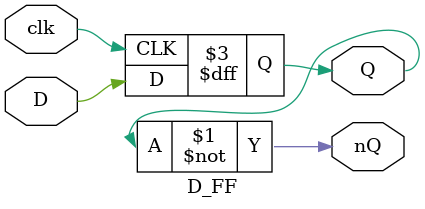
<source format=v>
`timescale 1ns / 1ps

module D_FF(
    input clk, //Clock signal
    input D,  //Data input
    output reg Q, //Output State
    output nQ  //Not State Output
    );
    assign nQ = ~Q; //nQ is assigned to "not Q"
    
    always @(posedge clk) begin
    Q <= D; //Writes the D input data to output state on each clock cycle
    end
endmodule

</source>
